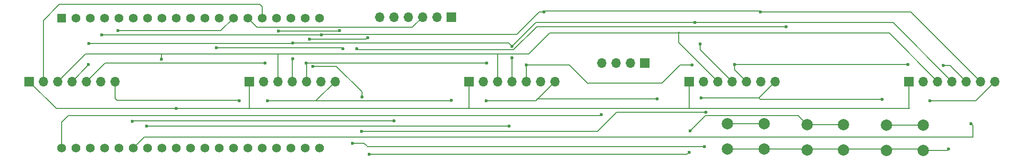
<source format=gtl>
%TF.GenerationSoftware,KiCad,Pcbnew,8.0.5*%
%TF.CreationDate,2024-09-09T15:54:14+02:00*%
%TF.ProjectId,info_orbs,696e666f-5f6f-4726-9273-2e6b69636164,rev?*%
%TF.SameCoordinates,Original*%
%TF.FileFunction,Copper,L1,Top*%
%TF.FilePolarity,Positive*%
%FSLAX46Y46*%
G04 Gerber Fmt 4.6, Leading zero omitted, Abs format (unit mm)*
G04 Created by KiCad (PCBNEW 8.0.5) date 2024-09-09 15:54:14*
%MOMM*%
%LPD*%
G01*
G04 APERTURE LIST*
%TA.AperFunction,ComponentPad*%
%ADD10R,1.700000X1.700000*%
%TD*%
%TA.AperFunction,ComponentPad*%
%ADD11O,1.700000X1.700000*%
%TD*%
%TA.AperFunction,ComponentPad*%
%ADD12C,2.000000*%
%TD*%
%TA.AperFunction,ComponentPad*%
%ADD13R,1.560000X1.560000*%
%TD*%
%TA.AperFunction,ComponentPad*%
%ADD14C,1.560000*%
%TD*%
%TA.AperFunction,ViaPad*%
%ADD15C,0.600000*%
%TD*%
%TA.AperFunction,Conductor*%
%ADD16C,0.200000*%
%TD*%
G04 APERTURE END LIST*
D10*
%TO.P,D5,1,RST*%
%TO.N,Net-(V1-IO18)*%
X203462500Y-74250000D03*
D11*
%TO.P,D5,2,CS*%
%TO.N,Net-(V1-IO21)*%
X206002500Y-74250000D03*
%TO.P,D5,3,DC*%
%TO.N,Net-(V1-IO19)*%
X208542500Y-74250000D03*
%TO.P,D5,4,SDA*%
%TO.N,Net-(V1-IO17)*%
X211082500Y-74250000D03*
%TO.P,D5,5,SCL*%
%TO.N,Net-(V1-IO23)*%
X213622500Y-74250000D03*
%TO.P,D5,6,GND*%
%TO.N,Net-(V1-GND2)*%
X216162500Y-74250000D03*
%TO.P,D5,7,VCC*%
%TO.N,Net-(U1-vcc)*%
X218702500Y-74250000D03*
%TD*%
D10*
%TO.P,U1,1,vcc*%
%TO.N,Net-(U1-vcc)*%
X122320000Y-62860000D03*
D11*
%TO.P,U1,2,3.3v*%
%TO.N,Net-(U1-3.3v)*%
X119780000Y-62860000D03*
%TO.P,U1,3,GND*%
%TO.N,Net-(U1-GND)*%
X117240000Y-62860000D03*
%TO.P,U1,4,gipo34*%
%TO.N,Net-(U1-gipo34)*%
X114700000Y-62860000D03*
%TO.P,U1,5,gpio35*%
%TO.N,Net-(U1-gpio35)*%
X112160000Y-62860000D03*
%TO.P,U1,6,gpio12*%
%TO.N,Net-(U1-gpio12)*%
X109620000Y-62860000D03*
%TD*%
D10*
%TO.P,D3,1,RST*%
%TO.N,Net-(V1-IO18)*%
X125480000Y-74250000D03*
D11*
%TO.P,D3,2,CS*%
%TO.N,Net-(V1-IO32)*%
X128020000Y-74250000D03*
%TO.P,D3,3,DC*%
%TO.N,Net-(V1-IO19)*%
X130560000Y-74250000D03*
%TO.P,D3,4,SDA*%
%TO.N,Net-(V1-IO17)*%
X133100000Y-74250000D03*
%TO.P,D3,5,SCL*%
%TO.N,Net-(V1-IO23)*%
X135640000Y-74250000D03*
%TO.P,D3,6,GND*%
%TO.N,Net-(V1-GND2)*%
X138180000Y-74250000D03*
%TO.P,D3,7,VCC*%
%TO.N,Net-(U1-vcc)*%
X140720000Y-74250000D03*
%TD*%
D12*
%TO.P,RHT,1,1*%
%TO.N,Net-(V1-IO14)*%
X199500000Y-82000000D03*
X206000000Y-82000000D03*
%TO.P,RHT,2,2*%
%TO.N,Net-(U1-vcc)*%
X199500000Y-86500000D03*
X206000000Y-86500000D03*
%TD*%
D10*
%TO.P,D4,1,RST*%
%TO.N,Net-(V1-IO18)*%
X164471250Y-74250000D03*
D11*
%TO.P,D4,2,CS*%
%TO.N,Net-(V1-IO25)*%
X167011250Y-74250000D03*
%TO.P,D4,3,DC*%
%TO.N,Net-(V1-IO19)*%
X169551250Y-74250000D03*
%TO.P,D4,4,SDA*%
%TO.N,Net-(V1-IO17)*%
X172091250Y-74250000D03*
%TO.P,D4,5,SCL*%
%TO.N,Net-(V1-IO23)*%
X174631250Y-74250000D03*
%TO.P,D4,6,GND*%
%TO.N,Net-(V1-GND2)*%
X177171250Y-74250000D03*
%TO.P,D4,7,VCC*%
%TO.N,Net-(U1-vcc)*%
X179711250Y-74250000D03*
%TD*%
D12*
%TO.P,OK,1,1*%
%TO.N,Net-(V1-IO27)*%
X185375000Y-81875000D03*
X191875000Y-81875000D03*
%TO.P,OK,2,2*%
%TO.N,Net-(U1-vcc)*%
X185375000Y-86375000D03*
X191875000Y-86375000D03*
%TD*%
D10*
%TO.P,D2,1,RST*%
%TO.N,Net-(V1-IO18)*%
X86488750Y-74250000D03*
D11*
%TO.P,D2,2,CS*%
%TO.N,Net-(V1-IO33)*%
X89028750Y-74250000D03*
%TO.P,D2,3,DC*%
%TO.N,Net-(V1-IO19)*%
X91568750Y-74250000D03*
%TO.P,D2,4,SDA*%
%TO.N,Net-(V1-IO17)*%
X94108750Y-74250000D03*
%TO.P,D2,5,SCL*%
%TO.N,Net-(V1-IO23)*%
X96648750Y-74250000D03*
%TO.P,D2,6,GND*%
%TO.N,Net-(V1-GND2)*%
X99188750Y-74250000D03*
%TO.P,D2,7,VCC*%
%TO.N,Net-(U1-vcc)*%
X101728750Y-74250000D03*
%TD*%
D10*
%TO.P,D1,1,RST*%
%TO.N,Net-(V1-IO18)*%
X47497500Y-74250000D03*
D11*
%TO.P,D1,2,CS*%
%TO.N,Net-(V1-IO13)*%
X50037500Y-74250000D03*
%TO.P,D1,3,DC*%
%TO.N,Net-(V1-IO19)*%
X52577500Y-74250000D03*
%TO.P,D1,4,SDA*%
%TO.N,Net-(V1-IO17)*%
X55117500Y-74250000D03*
%TO.P,D1,5,SCL*%
%TO.N,Net-(V1-IO23)*%
X57657500Y-74250000D03*
%TO.P,D1,6,GND*%
%TO.N,Net-(V1-GND2)*%
X60197500Y-74250000D03*
%TO.P,D1,7,VCC*%
%TO.N,Net-(U1-vcc)*%
X62737500Y-74250000D03*
%TD*%
D12*
%TO.P,LFT,1,1*%
%TO.N,Net-(V1-IO26)*%
X171250000Y-81750000D03*
X177750000Y-81750000D03*
%TO.P,LFT,2,2*%
%TO.N,Net-(U1-vcc)*%
X171250000Y-86250000D03*
X177750000Y-86250000D03*
%TD*%
D10*
%TO.P,USB C,1,VCC*%
%TO.N,Net-(U1-vcc)*%
X156615000Y-71000000D03*
D11*
%TO.P,USB C,2,d+*%
%TO.N,unconnected-(USBPower1-d+-Pad2)*%
X154075000Y-71000000D03*
%TO.P,USB C,3,D-*%
%TO.N,unconnected-(USBPower1-D--Pad3)*%
X151535000Y-71000000D03*
%TO.P,USB C,4,GND*%
%TO.N,Net-(USBPower1-GND)*%
X148995000Y-71000000D03*
%TD*%
D13*
%TO.P,V1,J2-1,3V3*%
%TO.N,Net-(U1-3.3v)*%
X53210000Y-63037500D03*
D14*
%TO.P,V1,J2-2,EN*%
%TO.N,unconnected-(V1-EN-PadJ2-2)*%
X55750000Y-63037500D03*
%TO.P,V1,J2-3,SENSOR_VP*%
%TO.N,unconnected-(V1-SENSOR_VP-PadJ2-3)*%
X58290000Y-63037500D03*
%TO.P,V1,J2-4,SENSOR_VN*%
%TO.N,unconnected-(V1-SENSOR_VN-PadJ2-4)*%
X60830000Y-63037500D03*
%TO.P,V1,J2-5,IO34*%
%TO.N,Net-(U1-gipo34)*%
X63370000Y-63037500D03*
%TO.P,V1,J2-6,IO35*%
%TO.N,Net-(U1-gpio35)*%
X65910000Y-63037500D03*
%TO.P,V1,J2-7,IO32*%
%TO.N,Net-(V1-IO32)*%
X68450000Y-63037500D03*
%TO.P,V1,J2-8,IO33*%
%TO.N,Net-(V1-IO33)*%
X70990000Y-63037500D03*
%TO.P,V1,J2-9,IO25*%
%TO.N,Net-(V1-IO25)*%
X73530000Y-63037500D03*
%TO.P,V1,J2-10,IO26*%
%TO.N,Net-(V1-IO26)*%
X76070000Y-63037500D03*
%TO.P,V1,J2-11,IO27*%
%TO.N,Net-(V1-IO27)*%
X78610000Y-63037500D03*
%TO.P,V1,J2-12,IO14*%
%TO.N,Net-(V1-IO14)*%
X81150000Y-63037500D03*
%TO.P,V1,J2-13,IO12*%
%TO.N,Net-(U1-gpio12)*%
X83690000Y-63037500D03*
%TO.P,V1,J2-14,GND1*%
%TO.N,Net-(U1-GND)*%
X86230000Y-63037500D03*
%TO.P,V1,J2-15,IO13*%
%TO.N,Net-(V1-IO13)*%
X88770000Y-63037500D03*
%TO.P,V1,J2-16,SD2*%
%TO.N,unconnected-(V1-SD2-PadJ2-16)*%
X91310000Y-63037500D03*
%TO.P,V1,J2-17,SD3*%
%TO.N,unconnected-(V1-SD3-PadJ2-17)*%
X93850000Y-63037500D03*
%TO.P,V1,J2-18,CMD*%
%TO.N,unconnected-(V1-CMD-PadJ2-18)*%
X96390000Y-63037500D03*
%TO.P,V1,J2-19,EXT_5V*%
%TO.N,Net-(U1-vcc)*%
X98930000Y-63037500D03*
%TO.P,V1,J3-1,GND3*%
%TO.N,Net-(USBPower1-GND)*%
X53210000Y-86037500D03*
%TO.P,V1,J3-2,IO23*%
%TO.N,Net-(V1-IO23)*%
X55750000Y-86037500D03*
%TO.P,V1,J3-3,IO22*%
%TO.N,unconnected-(V1-IO22-PadJ3-3)*%
X58290000Y-86037500D03*
%TO.P,V1,J3-4,TXD0*%
%TO.N,unconnected-(V1-TXD0-PadJ3-4)*%
X60830000Y-86037500D03*
%TO.P,V1,J3-5,RXD0*%
%TO.N,unconnected-(V1-RXD0-PadJ3-5)*%
X63370000Y-86037500D03*
%TO.P,V1,J3-6,IO21*%
%TO.N,Net-(V1-IO21)*%
X65910000Y-86037500D03*
%TO.P,V1,J3-7,GND2*%
%TO.N,Net-(V1-GND2)*%
X68450000Y-86037500D03*
%TO.P,V1,J3-8,IO19*%
%TO.N,Net-(V1-IO19)*%
X70990000Y-86037500D03*
%TO.P,V1,J3-9,IO18*%
%TO.N,Net-(V1-IO18)*%
X73530000Y-86037500D03*
%TO.P,V1,J3-10,IO5*%
%TO.N,unconnected-(V1-IO5-PadJ3-10)*%
X76070000Y-86037500D03*
%TO.P,V1,J3-11,IO17*%
%TO.N,Net-(V1-IO17)*%
X78610000Y-86037500D03*
%TO.P,V1,J3-12,IO16*%
%TO.N,unconnected-(V1-IO16-PadJ3-12)*%
X81150000Y-86037500D03*
%TO.P,V1,J3-13,IO4*%
%TO.N,unconnected-(V1-IO4-PadJ3-13)*%
X83690000Y-86037500D03*
%TO.P,V1,J3-14,IO0*%
%TO.N,unconnected-(V1-IO0-PadJ3-14)*%
X86230000Y-86037500D03*
%TO.P,V1,J3-15,IO2*%
%TO.N,unconnected-(V1-IO2-PadJ3-15)*%
X88770000Y-86037500D03*
%TO.P,V1,J3-16,IO15*%
%TO.N,unconnected-(V1-IO15-PadJ3-16)*%
X91310000Y-86037500D03*
%TO.P,V1,J3-17,SD1*%
%TO.N,unconnected-(V1-SD1-PadJ3-17)*%
X93850000Y-86037500D03*
%TO.P,V1,J3-18,SD0*%
%TO.N,unconnected-(V1-SD0-PadJ3-18)*%
X96390000Y-86037500D03*
%TO.P,V1,J3-19,CLK*%
%TO.N,unconnected-(V1-CLK-PadJ3-19)*%
X98930000Y-86037500D03*
%TD*%
D15*
%TO.N,Net-(U1-vcc)*%
X158840000Y-77370000D03*
X198730000Y-77450000D03*
X210450000Y-86260000D03*
X89720000Y-77690000D03*
X84750000Y-77690000D03*
X128500000Y-77640000D03*
X122310000Y-77600000D03*
X207130000Y-77660000D03*
X166590000Y-77140000D03*
%TO.N,Net-(V1-GND2)*%
X99290000Y-66000000D03*
X177100000Y-61890000D03*
X138760000Y-61890000D03*
X60340000Y-65960000D03*
%TO.N,Net-(V1-IO18)*%
X73530000Y-79030000D03*
%TO.N,Net-(V1-IO23)*%
X209560000Y-71370000D03*
X128620000Y-71020000D03*
X165010000Y-71330000D03*
X203240000Y-71280000D03*
X96610000Y-70980000D03*
X172570000Y-71270000D03*
X135590000Y-71360000D03*
X89340000Y-70980000D03*
%TO.N,Net-(V1-IO17)*%
X58050000Y-67480000D03*
X58010000Y-71270000D03*
X133100000Y-68040000D03*
X165500000Y-63790000D03*
X94190000Y-70190000D03*
X133060000Y-70070000D03*
X166480000Y-67580000D03*
X94190000Y-67420000D03*
%TO.N,Net-(V1-IO19)*%
X70960000Y-70270000D03*
%TO.N,Net-(V1-IO32)*%
X132580000Y-82170000D03*
X68320000Y-82170000D03*
%TO.N,Net-(V1-IO25)*%
X97810000Y-71580000D03*
X167430000Y-79690000D03*
X106500000Y-77030000D03*
X106410000Y-83090000D03*
%TO.N,Net-(V1-IO21)*%
X214490000Y-81710000D03*
%TO.N,Net-(V1-IO27)*%
X164460000Y-86780000D03*
X164690000Y-83000000D03*
X97210000Y-66760000D03*
X107510000Y-66470000D03*
X107770000Y-87130000D03*
%TO.N,Net-(V1-IO26)*%
X103120000Y-68490000D03*
X80680000Y-68290000D03*
X167230000Y-85770000D03*
X104770000Y-85170000D03*
%TO.N,Net-(V1-IO14)*%
X181660000Y-64540000D03*
X102550000Y-65270000D03*
X105550000Y-68460000D03*
X91710000Y-65350000D03*
%TO.N,Net-(USBPower1-GND)*%
X148960000Y-80160000D03*
%TO.N,Net-(U1-gpio12)*%
X63200000Y-65270000D03*
%TO.N,Net-(U1-gpio35)*%
X112160000Y-81250000D03*
X65800000Y-81330000D03*
%TD*%
D16*
%TO.N,Net-(U1-vcc)*%
X207130000Y-77660000D02*
X215292500Y-77660000D01*
X98288750Y-77690000D02*
X101728750Y-74250000D01*
X62737500Y-74250000D02*
X62737500Y-77227500D01*
X205750000Y-86250000D02*
X206000000Y-86500000D01*
X62737500Y-77227500D02*
X63070000Y-77560000D01*
X176821250Y-77140000D02*
X179711250Y-74250000D01*
X89720000Y-77690000D02*
X98288750Y-77690000D01*
X206000000Y-86500000D02*
X210210000Y-86500000D01*
X171250000Y-86250000D02*
X205750000Y-86250000D01*
X128500000Y-77640000D02*
X137330000Y-77640000D01*
X84620000Y-77560000D02*
X84750000Y-77690000D01*
X137600000Y-77370000D02*
X158840000Y-77370000D01*
X98288750Y-77690000D02*
X122220000Y-77690000D01*
X177131250Y-77450000D02*
X198730000Y-77450000D01*
X176821250Y-77140000D02*
X177131250Y-77450000D01*
X137330000Y-77640000D02*
X137600000Y-77370000D01*
X215292500Y-77660000D02*
X218702500Y-74250000D01*
X122220000Y-77690000D02*
X122310000Y-77600000D01*
X166590000Y-77140000D02*
X176821250Y-77140000D01*
X63070000Y-77560000D02*
X84620000Y-77560000D01*
X210210000Y-86500000D02*
X210450000Y-86260000D01*
X137330000Y-77640000D02*
X140720000Y-74250000D01*
%TO.N,Net-(V1-GND2)*%
X60380000Y-66000000D02*
X60340000Y-65960000D01*
X99420000Y-65870000D02*
X133970000Y-65870000D01*
X138850000Y-61800000D02*
X138760000Y-61890000D01*
X216162500Y-74250000D02*
X203802500Y-61890000D01*
X99290000Y-66000000D02*
X99420000Y-65870000D01*
X99290000Y-66000000D02*
X60380000Y-66000000D01*
X203802500Y-61890000D02*
X177100000Y-61890000D01*
X177100000Y-61890000D02*
X177010000Y-61800000D01*
X177010000Y-61800000D02*
X138850000Y-61800000D01*
X133970000Y-65870000D02*
X137950000Y-61890000D01*
X137950000Y-61890000D02*
X138760000Y-61890000D01*
%TO.N,Net-(V1-IO18)*%
X164410000Y-79030000D02*
X203520000Y-79030000D01*
X73530000Y-79030000D02*
X86480000Y-79030000D01*
X86488750Y-79021250D02*
X86480000Y-79030000D01*
X125290000Y-79030000D02*
X164410000Y-79030000D01*
X203520000Y-79030000D02*
X203462500Y-78972500D01*
X125480000Y-74250000D02*
X125480000Y-78840000D01*
X86488750Y-74250000D02*
X86488750Y-79021250D01*
X52277500Y-79030000D02*
X73530000Y-79030000D01*
X164471250Y-78968750D02*
X164410000Y-79030000D01*
X47497500Y-74250000D02*
X52277500Y-79030000D01*
X86480000Y-79030000D02*
X125290000Y-79030000D01*
X164471250Y-74250000D02*
X164471250Y-78968750D01*
X125480000Y-78840000D02*
X125290000Y-79030000D01*
X203462500Y-78972500D02*
X203462500Y-74250000D01*
%TO.N,Net-(V1-IO23)*%
X172570000Y-72188750D02*
X174631250Y-74250000D01*
X159680000Y-74550000D02*
X162900000Y-71330000D01*
X210742500Y-71370000D02*
X213622500Y-74250000D01*
X57657500Y-74250000D02*
X60917500Y-70990000D01*
X146510000Y-74640000D02*
X146600000Y-74550000D01*
X96648750Y-71018750D02*
X96648750Y-74250000D01*
X209560000Y-71370000D02*
X210742500Y-71370000D01*
X135590000Y-71360000D02*
X143230000Y-71360000D01*
X172570000Y-71270000D02*
X172570000Y-72188750D01*
X89330000Y-70990000D02*
X89340000Y-70980000D01*
X146600000Y-74550000D02*
X159680000Y-74550000D01*
X128580000Y-70980000D02*
X128620000Y-71020000D01*
X172570000Y-71270000D02*
X172580000Y-71280000D01*
X164980000Y-71360000D02*
X165010000Y-71330000D01*
X143230000Y-71360000D02*
X146510000Y-74640000D01*
X135640000Y-71410000D02*
X135640000Y-74250000D01*
X135590000Y-71360000D02*
X135640000Y-71410000D01*
X60917500Y-70990000D02*
X89330000Y-70990000D01*
X162900000Y-71330000D02*
X165010000Y-71330000D01*
X96610000Y-70980000D02*
X96648750Y-71018750D01*
X96610000Y-70980000D02*
X128580000Y-70980000D01*
X172580000Y-71280000D02*
X203240000Y-71280000D01*
%TO.N,Net-(V1-IO17)*%
X133100000Y-68040000D02*
X137350000Y-63790000D01*
X58050000Y-67480000D02*
X94130000Y-67480000D01*
X94190000Y-70190000D02*
X94108750Y-70271250D01*
X166480000Y-67580000D02*
X166480000Y-68638750D01*
X137350000Y-63790000D02*
X165500000Y-63790000D01*
X165470000Y-63780000D02*
X165490000Y-63780000D01*
X58010000Y-71357500D02*
X58010000Y-71270000D01*
X132480000Y-67420000D02*
X133100000Y-68040000D01*
X133060000Y-70070000D02*
X133100000Y-70110000D01*
X94108750Y-70271250D02*
X94108750Y-74250000D01*
X94190000Y-67420000D02*
X132480000Y-67420000D01*
X211082500Y-74250000D02*
X200612500Y-63780000D01*
X55117500Y-74250000D02*
X58010000Y-71357500D01*
X94130000Y-67480000D02*
X94190000Y-67420000D01*
X165490000Y-63780000D02*
X165500000Y-63790000D01*
X133100000Y-70110000D02*
X133100000Y-74250000D01*
X166480000Y-68638750D02*
X172091250Y-74250000D01*
X200612500Y-63780000D02*
X165470000Y-63780000D01*
%TO.N,Net-(V1-IO13)*%
X50037500Y-63412500D02*
X52850000Y-60600000D01*
X52850000Y-60600000D02*
X88350000Y-60600000D01*
X88770000Y-61020000D02*
X88770000Y-63037500D01*
X88350000Y-60600000D02*
X88770000Y-61020000D01*
X50037500Y-74250000D02*
X50037500Y-63412500D01*
%TO.N,Net-(V1-IO19)*%
X162810000Y-65640000D02*
X199932500Y-65640000D01*
X91568750Y-74250000D02*
X91568750Y-69428750D01*
X130500000Y-69360000D02*
X130580000Y-69360000D01*
X139760000Y-65640000D02*
X136040000Y-69360000D01*
X130580000Y-69360000D02*
X130560000Y-69380000D01*
X91500000Y-69360000D02*
X130500000Y-69360000D01*
X91568750Y-69428750D02*
X91500000Y-69360000D01*
X70990000Y-69360000D02*
X91500000Y-69360000D01*
X162660000Y-65490000D02*
X162810000Y-65640000D01*
X162640000Y-65510000D02*
X162640000Y-67338750D01*
X162510000Y-65640000D02*
X139760000Y-65640000D01*
X162640000Y-67338750D02*
X169551250Y-74250000D01*
X162660000Y-65490000D02*
X162640000Y-65510000D01*
X130560000Y-69380000D02*
X130560000Y-74250000D01*
X57467500Y-69360000D02*
X70990000Y-69360000D01*
X162660000Y-65490000D02*
X162510000Y-65640000D01*
X70960000Y-70270000D02*
X70960000Y-69390000D01*
X52577500Y-74250000D02*
X57467500Y-69360000D01*
X70960000Y-69390000D02*
X70990000Y-69360000D01*
X136040000Y-69360000D02*
X130500000Y-69360000D01*
X199932500Y-65640000D02*
X208542500Y-74250000D01*
%TO.N,Net-(V1-IO32)*%
X68320000Y-82170000D02*
X132580000Y-82170000D01*
%TO.N,Net-(V1-IO25)*%
X151620000Y-79690000D02*
X167430000Y-79690000D01*
X106410000Y-83090000D02*
X148220000Y-83090000D01*
X106470000Y-77000000D02*
X106500000Y-77030000D01*
X101970000Y-71580000D02*
X106470000Y-76080000D01*
X97810000Y-71580000D02*
X101970000Y-71580000D01*
X106470000Y-76080000D02*
X106470000Y-77000000D01*
X148220000Y-83090000D02*
X151620000Y-79690000D01*
%TO.N,Net-(V1-IO21)*%
X214800000Y-82020000D02*
X214490000Y-81710000D01*
X214800000Y-84080000D02*
X214800000Y-82020000D01*
X65910000Y-86037500D02*
X67867500Y-84080000D01*
X67867500Y-84080000D02*
X214800000Y-84080000D01*
%TO.N,Net-(V1-IO27)*%
X183790000Y-80290000D02*
X185375000Y-81875000D01*
X167400000Y-80290000D02*
X183790000Y-80290000D01*
X185375000Y-81875000D02*
X191875000Y-81875000D01*
X107220000Y-66760000D02*
X107510000Y-66470000D01*
X164110000Y-87130000D02*
X164460000Y-86780000D01*
X107770000Y-87130000D02*
X164110000Y-87130000D01*
X164690000Y-83000000D02*
X167400000Y-80290000D01*
X97210000Y-66760000D02*
X107220000Y-66760000D01*
%TO.N,Net-(V1-IO26)*%
X106870000Y-85170000D02*
X104770000Y-85170000D01*
X107470000Y-85770000D02*
X107360000Y-85660000D01*
X167230000Y-85770000D02*
X107470000Y-85770000D01*
X103120000Y-68490000D02*
X102920000Y-68290000D01*
X171250000Y-81750000D02*
X177750000Y-81750000D01*
X107360000Y-85660000D02*
X106870000Y-85170000D01*
X102920000Y-68290000D02*
X80680000Y-68290000D01*
%TO.N,Net-(V1-IO14)*%
X137448529Y-64540000D02*
X133348529Y-68640000D01*
X133348529Y-68640000D02*
X105730000Y-68640000D01*
X105730000Y-68640000D02*
X105550000Y-68460000D01*
X102470000Y-65350000D02*
X102550000Y-65270000D01*
X181660000Y-64540000D02*
X137448529Y-64540000D01*
X199500000Y-82000000D02*
X206000000Y-82000000D01*
X91710000Y-65350000D02*
X102470000Y-65350000D01*
%TO.N,Net-(USBPower1-GND)*%
X53210000Y-81480000D02*
X54420000Y-80270000D01*
X53210000Y-86037500D02*
X53210000Y-81480000D01*
X148850000Y-80270000D02*
X148960000Y-80160000D01*
X54420000Y-80270000D02*
X148850000Y-80270000D01*
%TO.N,Net-(U1-gpio12)*%
X81457500Y-65270000D02*
X83690000Y-63037500D01*
X63200000Y-65270000D02*
X81457500Y-65270000D01*
%TO.N,Net-(U1-gpio35)*%
X112160000Y-81250000D02*
X65880000Y-81250000D01*
X65880000Y-81250000D02*
X65800000Y-81330000D01*
%TO.N,Net-(U1-GND)*%
X115430000Y-64670000D02*
X87862500Y-64670000D01*
X117240000Y-62860000D02*
X115430000Y-64670000D01*
X87862500Y-64670000D02*
X86230000Y-63037500D01*
%TD*%
M02*

</source>
